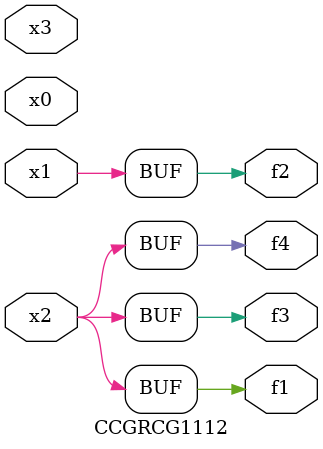
<source format=v>
module CCGRCG1112(
	input x0, x1, x2, x3,
	output f1, f2, f3, f4
);
	assign f1 = x2;
	assign f2 = x1;
	assign f3 = x2;
	assign f4 = x2;
endmodule

</source>
